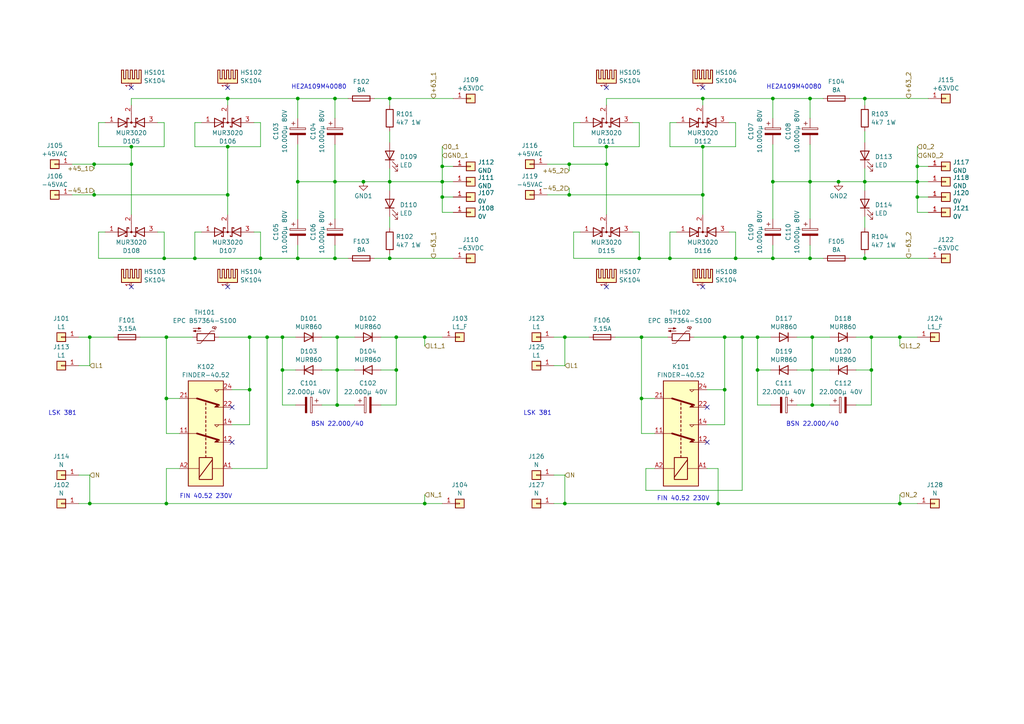
<source format=kicad_sch>
(kicad_sch (version 20230121) (generator eeschema)
  (paper "A4")
  (lib_symbols
    (symbol "Connector_Generic:Conn_01x01" (pin_names (offset 1.016) hide)
      (property "Reference" "J" (at 0 2.54 0))
      (property "Value" "Conn_01x01" (at 0 -2.54 0))
      (symbol "Conn_01x01_1_1"
        (rectangle (start -1.27 0.127) (end 0 -0.127) (stroke (width 0.1524)))
        (rectangle (start -1.27 1.27) (end 1.27 -1.27) (stroke (width 0.254)) (fill (type background)))
        (pin passive line (at -5.08 0 0) (length 3.81) (name "Pin_1") (number "1"))
      )
    )
    (symbol "Device:C_Polarized" (pin_numbers hide) (pin_names (offset 0.254))
      (property "Reference" "C" (at 0.635 2.54 0))
      (property "Value" "C_Polarized" (at 0.635 -2.54 0))
      (symbol "C_Polarized_0_1"
        (rectangle (start -2.286 0.508) (end 2.286 1.016))
        (polyline (pts (xy -1.778 2.286) (xy -0.762 2.286)))
        (polyline (pts (xy -1.27 2.794) (xy -1.27 1.778)))
        (rectangle (start 2.286 -0.508) (end -2.286 -1.016) (fill (type outline)))
      )
      (symbol "C_Polarized_1_1"
        (pin passive line (at 0 3.81 270) (length 2.794) (name "~") (number "1"))
        (pin passive line (at 0 -3.81 90) (length 2.794) (name "~") (number "2"))
      )
    )
    (symbol "Device:D" (pin_numbers hide) (pin_names (offset 1.016) hide)
      (property "Reference" "D" (at 0 2.54 0))
      (property "Value" "D" (at 0 -2.54 0))
      (symbol "D_0_1"
        (polyline (pts (xy -1.27 1.27) (xy -1.27 -1.27)) (stroke (width 0.254)))
        (polyline (pts (xy 1.27 0) (xy -1.27 0)))
        (polyline (pts (xy 1.27 1.27) (xy 1.27 -1.27) (xy -1.27 0) (xy 1.27 1.27)) (stroke (width 0.254)))
      )
      (symbol "D_1_1"
        (pin passive line (at -3.81 0 0) (length 2.54) (name "K") (number "1"))
        (pin passive line (at 3.81 0 180) (length 2.54) (name "A") (number "2"))
      )
    )
    (symbol "Device:D_Schottky_Dual_CommonCathode_AAK" (pin_names (offset 0.762) hide)
      (property "Reference" "D105" (at 0 5.4143 0))
      (property "Value" "D_Schottky_Dual_CommonCathode_AAK" (at 0 2.9901 0))
      (symbol "D_Schottky_Dual_CommonCathode_AAK_0_1"
        (polyline (pts (xy -3.81 0) (xy 3.81 0)))
        (polyline (pts (xy 0 0) (xy 0 -2.54)))
        (polyline (pts (xy -1.27 -1.27) (xy -1.27 1.27) (xy -1.27 1.27)) (stroke (width 0.254)))
        (polyline (pts (xy 1.27 -1.27) (xy 1.27 1.27) (xy 1.27 1.27)) (stroke (width 0.254)))
        (polyline (pts (xy -1.27 -1.27) (xy -0.762 -1.27) (xy -0.762 -1.016) (xy -0.762 -1.016)) (stroke (width 0.254)))
        (polyline (pts (xy 1.27 -1.27) (xy 1.778 -1.27) (xy 1.778 -1.016) (xy 1.778 -1.016)) (stroke (width 0.254)))
        (polyline (pts (xy 1.27 1.27) (xy 0.762 1.27) (xy 0.762 1.016) (xy 0.762 1.016)) (stroke (width 0.254)))
        (polyline (pts (xy -1.778 1.016) (xy -1.778 1.27) (xy -1.27 1.27) (xy -1.27 1.27) (xy -1.27 1.27)) (stroke (width 0.254)))
        (polyline (pts (xy -3.81 1.27) (xy -1.27 0) (xy -3.81 -1.27) (xy -3.81 1.27) (xy -3.81 1.27) (xy -3.81 1.27)) (stroke (width 0.254)))
        (polyline (pts (xy 3.81 -1.27) (xy 1.27 0) (xy 3.81 1.27) (xy 3.81 -1.27) (xy 3.81 -1.27) (xy 3.81 -1.27)) (stroke (width 0.254)))
        (circle (center 0 0) (radius 0.254) (fill (type outline)))
        (pin passive line (at -7.62 0 0) (length 3.81) (name "A") (number "1"))
      )
      (symbol "D_Schottky_Dual_CommonCathode_AAK_1_1"
        (pin passive line (at 0 -5.08 90) (length 2.54) (name "K") (number "2"))
        (pin passive line (at 7.62 0 180) (length 3.81) (name "A") (number "3"))
      )
    )
    (symbol "Device:Fuse" (pin_numbers hide) (pin_names (offset 0))
      (property "Reference" "F" (at 2.032 0 90))
      (property "Value" "Fuse" (at -1.905 0 90))
      (symbol "Fuse_0_1"
        (rectangle (start -0.762 -2.54) (end 0.762 2.54) (stroke (width 0.254)))
        (polyline (pts (xy 0 2.54) (xy 0 -2.54)))
      )
      (symbol "Fuse_1_1"
        (pin passive line (at 0 3.81 270) (length 1.27) (name "~") (number "1"))
        (pin passive line (at 0 -3.81 90) (length 1.27) (name "~") (number "2"))
      )
    )
    (symbol "Device:LED" (pin_numbers hide) (pin_names (offset 1.016) hide)
      (property "Reference" "D" (at 0 2.54 0))
      (property "Value" "LED" (at 0 -2.54 0))
      (symbol "LED_0_1"
        (polyline (pts (xy -1.27 -1.27) (xy -1.27 1.27)) (stroke (width 0.254)))
        (polyline (pts (xy -1.27 0) (xy 1.27 0)))
        (polyline (pts (xy 1.27 -1.27) (xy 1.27 1.27) (xy -1.27 0) (xy 1.27 -1.27)) (stroke (width 0.254)))
        (polyline (pts (xy -3.048 -0.762) (xy -4.572 -2.286) (xy -3.81 -2.286) (xy -4.572 -2.286) (xy -4.572 -1.524)))
        (polyline (pts (xy -1.778 -0.762) (xy -3.302 -2.286) (xy -2.54 -2.286) (xy -3.302 -2.286) (xy -3.302 -1.524)))
      )
      (symbol "LED_1_1"
        (pin passive line (at -3.81 0 0) (length 2.54) (name "K") (number "1"))
        (pin passive line (at 3.81 0 180) (length 2.54) (name "A") (number "2"))
      )
    )
    (symbol "Device:R" (pin_numbers hide) (pin_names (offset 0))
      (property "Reference" "R" (at 2.032 0 90))
      (property "Value" "R" (at 0 0 90))
      (symbol "R_0_1"
        (rectangle (start -1.016 -2.54) (end 1.016 2.54) (stroke (width 0.254)))
      )
      (symbol "R_1_1"
        (pin passive line (at 0 3.81 270) (length 1.27) (name "~") (number "1"))
        (pin passive line (at 0 -3.81 90) (length 1.27) (name "~") (number "2"))
      )
    )
    (symbol "Device:Thermistor_NTC" (pin_numbers hide) (pin_names (offset 0))
      (property "Reference" "TH" (at -4.445 0 90))
      (property "Value" "Thermistor_NTC" (at 3.175 0 90))
      (symbol "Thermistor_NTC_0_1"
        (arc (start -3.048 2.159) (mid -3.0495 2.3143) (end -3.175 2.413))
        (arc (start -3.048 2.159) (mid -2.9736 1.9794) (end -2.794 1.905))
        (arc (start -3.048 2.794) (mid -2.9736 2.6144) (end -2.794 2.54))
        (arc (start -2.794 1.905) (mid -2.6144 1.9794) (end -2.54 2.159))
        (arc (start -2.794 2.54) (mid -2.4393 2.5587) (end -2.159 2.794))
        (arc (start -2.794 3.048) (mid -2.9736 2.9736) (end -3.048 2.794))
        (arc (start -2.54 2.794) (mid -2.6144 2.9736) (end -2.794 3.048))
        (rectangle (start -1.016 2.54) (end 1.016 -2.54) (stroke (width 0.254)))
        (polyline (pts (xy -2.54 2.159) (xy -2.54 2.794)))
        (polyline (pts (xy -1.778 2.54) (xy -1.778 1.524) (xy 1.778 -1.524) (xy 1.778 -2.54)))
        (polyline (pts (xy -2.54 -3.683) (xy -2.54 -1.397) (xy -2.794 -2.159) (xy -2.286 -2.159) (xy -2.54 -1.397) (xy -2.54 -1.651)) (fill (type outline)))
        (polyline (pts (xy -1.778 -1.397) (xy -1.778 -3.683) (xy -2.032 -2.921) (xy -1.524 -2.921) (xy -1.778 -3.683) (xy -1.778 -3.429)) (fill (type outline)))
      )
      (symbol "Thermistor_NTC_1_1"
        (pin passive line (at 0 3.81 270) (length 1.27) (name "~") (number "1"))
        (pin passive line (at 0 -3.81 90) (length 1.27) (name "~") (number "2"))
      )
    )
    (symbol "Mechanical:Heatsink_Pad" (pin_names (offset 0))
      (property "Reference" "HS" (at 0 5.715 0))
      (property "Value" "Heatsink_Pad" (at 0 3.81 0))
      (symbol "Heatsink_Pad_0_1"
        (polyline (pts (xy -0.3302 0) (xy -0.9652 0) (xy -0.9652 2.54) (xy -1.6002 2.54) (xy -1.6002 0) (xy -2.2352 0) (xy -2.2352 2.54) (xy -2.8702 2.54) (xy -2.8702 -1.27) (xy -0.9652 -1.27)) (stroke (width 0.254)) (fill (type background)))
        (polyline (pts (xy -0.3302 0) (xy -0.3302 2.54) (xy 0.3048 2.54) (xy 0.3048 0) (xy 0.9398 0) (xy 0.9398 2.54) (xy 1.5748 2.54) (xy 1.5748 0) (xy 2.2098 0) (xy 2.2098 2.54) (xy 2.8448 2.54) (xy 2.8448 -1.27) (xy -0.9652 -1.27)) (stroke (width 0.254)) (fill (type background)))
      )
      (symbol "Heatsink_Pad_1_1"
        (pin passive line (at 0 -2.54 90) (length 1.27) (name "~") (number "1"))
      )
    )
    (symbol "Relay:FINDER-40.52"
      (property "Reference" "K" (at 16.51 3.81 0))
      (property "Value" "FINDER-40.52" (at 16.51 1.27 0))
      (symbol "FINDER-40.52_0_1"
        (rectangle (start -15.24 5.08) (end 15.24 -5.08) (stroke (width 0.254)) (fill (type background)))
        (rectangle (start -13.335 1.905) (end -6.985 -1.905) (stroke (width 0.254)))
        (polyline (pts (xy -12.7 -1.905) (xy -7.62 1.905)) (stroke (width 0.254)))
        (polyline (pts (xy -10.16 -5.08) (xy -10.16 -1.905)))
        (polyline (pts (xy -10.16 5.08) (xy -10.16 1.905)))
        (polyline (pts (xy -6.985 0) (xy -6.35 0)) (stroke (width 0.254)))
        (polyline (pts (xy -5.715 0) (xy -5.08 0)) (stroke (width 0.254)))
        (polyline (pts (xy -4.445 0) (xy -3.81 0)) (stroke (width 0.254)))
        (polyline (pts (xy -3.175 0) (xy -2.54 0)) (stroke (width 0.254)))
        (polyline (pts (xy -1.905 0) (xy -1.27 0)) (stroke (width 0.254)))
        (polyline (pts (xy -0.635 0) (xy 0 0)) (stroke (width 0.254)))
        (polyline (pts (xy 0 -2.54) (xy -1.905 3.81)) (stroke (width 0.508)))
        (polyline (pts (xy 0 -2.54) (xy 0 -5.08)))
        (polyline (pts (xy 0.635 0) (xy 1.27 0)) (stroke (width 0.254)))
        (polyline (pts (xy 1.905 0) (xy 2.54 0)) (stroke (width 0.254)))
        (polyline (pts (xy 3.175 0) (xy 3.81 0)) (stroke (width 0.254)))
        (polyline (pts (xy 4.445 0) (xy 5.08 0)) (stroke (width 0.254)))
        (polyline (pts (xy 5.715 0) (xy 6.35 0)) (stroke (width 0.254)))
        (polyline (pts (xy 6.985 0) (xy 7.62 0)) (stroke (width 0.254)))
        (polyline (pts (xy 8.255 0) (xy 8.89 0)) (stroke (width 0.254)))
        (polyline (pts (xy 10.16 -2.54) (xy 8.255 3.81)) (stroke (width 0.508)))
        (polyline (pts (xy 10.16 -2.54) (xy 10.16 -5.08)))
        (polyline (pts (xy -2.54 5.08) (xy -2.54 2.54) (xy -1.905 3.175) (xy -2.54 3.81)) (fill (type outline)))
        (polyline (pts (xy 2.54 5.08) (xy 2.54 2.54) (xy 1.905 3.175) (xy 2.54 3.81)))
        (polyline (pts (xy 7.62 5.08) (xy 7.62 2.54) (xy 8.255 3.175) (xy 7.62 3.81)) (fill (type outline)))
        (polyline (pts (xy 12.7 5.08) (xy 12.7 2.54) (xy 12.065 3.175) (xy 12.7 3.81)))
      )
      (symbol "FINDER-40.52_1_1"
        (pin passive line (at 0 -7.62 90) (length 2.54) (name "~") (number "11"))
        (pin passive line (at -2.54 7.62 270) (length 2.54) (name "~") (number "12"))
        (pin passive line (at 2.54 7.62 270) (length 2.54) (name "~") (number "14"))
        (pin passive line (at 10.16 -7.62 90) (length 2.54) (name "~") (number "21"))
        (pin passive line (at 7.62 7.62 270) (length 2.54) (name "~") (number "22"))
        (pin passive line (at 12.7 7.62 270) (length 2.54) (name "~") (number "24"))
        (pin passive line (at -10.16 7.62 270) (length 2.54) (name "~") (number "A1"))
        (pin passive line (at -10.16 -7.62 90) (length 2.54) (name "~") (number "A2"))
      )
    )
    (symbol "power:GND1" (power) (pin_names (offset 0))
      (property "Value" "GND1" (at 0 -3.81 0))
      (symbol "GND1_0_1"
        (polyline (pts (xy 0 0) (xy 0 -1.27) (xy 1.27 -1.27) (xy 0 -2.54) (xy -1.27 -1.27) (xy 0 -1.27)))
      )
      (symbol "GND1_1_1"
        (pin power_in line (at 0 0 270) (length 0) hide (name "GND1") (number "1"))
      )
    )
    (symbol "power:GND2" (power) (pin_names (offset 0))
      (property "Value" "GND2" (at 0 -3.81 0))
      (symbol "GND2_0_1"
        (polyline (pts (xy 0 0) (xy 0 -1.27) (xy 1.27 -1.27) (xy 0 -2.54) (xy -1.27 -1.27) (xy 0 -1.27)))
      )
      (symbol "GND2_1_1"
        (pin power_in line (at 0 0 270) (length 0) hide (name "GND2") (number "1"))
      )
    )
  )
  (junction (at 123.19 97.79))
  (junction (at 219.71 97.79))
  (junction (at 250.825 28.575))
  (junction (at 186.055 97.79))
  (junction (at 234.95 74.93))
  (junction (at 48.26 146.05))
  (junction (at 260.985 146.05))
  (junction (at 252.73 107.315))
  (junction (at 203.835 56.515))
  (junction (at 224.155 74.93))
  (junction (at 56.515 74.93))
  (junction (at 234.95 52.705))
  (junction (at 38.1 42.545))
  (junction (at 123.19 146.05))
  (junction (at 266.065 52.705))
  (junction (at 97.79 117.475))
  (junction (at 208.28 146.05))
  (junction (at 86.36 28.575))
  (junction (at 252.73 97.79))
  (junction (at 75.565 74.93))
  (junction (at 235.585 117.475))
  (junction (at 128.27 52.705))
  (junction (at 250.825 74.93))
  (junction (at 81.915 107.315))
  (junction (at 97.155 74.93))
  (junction (at 175.895 47.625))
  (junction (at 114.935 107.315))
  (junction (at 194.31 74.93))
  (junction (at 113.03 74.93))
  (junction (at 128.27 48.26))
  (junction (at 128.27 57.15))
  (junction (at 72.39 113.03))
  (junction (at 66.04 42.545))
  (junction (at 215.265 97.79))
  (junction (at 203.835 42.545))
  (junction (at 86.36 52.705))
  (junction (at 234.95 28.575))
  (junction (at 243.205 52.705))
  (junction (at 266.065 57.15))
  (junction (at 175.895 42.545))
  (junction (at 235.585 107.315))
  (junction (at 26.035 97.79))
  (junction (at 186.055 115.57))
  (junction (at 224.155 28.575))
  (junction (at 72.39 97.79))
  (junction (at 213.36 74.93))
  (junction (at 165.1 47.625))
  (junction (at 81.915 97.79))
  (junction (at 203.835 28.575))
  (junction (at 97.79 97.79))
  (junction (at 48.26 115.57))
  (junction (at 250.825 52.705))
  (junction (at 47.625 74.93))
  (junction (at 66.04 56.515))
  (junction (at 219.71 107.315))
  (junction (at 210.185 113.03))
  (junction (at 114.935 97.79))
  (junction (at 235.585 97.79))
  (junction (at 163.83 97.79))
  (junction (at 224.155 52.705))
  (junction (at 48.26 97.79))
  (junction (at 27.305 47.625))
  (junction (at 185.42 74.93))
  (junction (at 66.04 28.575))
  (junction (at 97.79 107.315))
  (junction (at 113.03 52.705))
  (junction (at 165.1 56.515))
  (junction (at 97.155 52.705))
  (junction (at 86.36 74.93))
  (junction (at 113.03 28.575))
  (junction (at 266.065 48.26))
  (junction (at 27.305 56.515))
  (junction (at 210.185 97.79))
  (junction (at 260.985 97.79))
  (junction (at 38.1 47.625))
  (junction (at 77.47 97.79))
  (junction (at 163.83 146.05))
  (junction (at 26.035 146.05))
  (junction (at 105.41 52.705))
  (junction (at 97.155 28.575))
  (no_connect (at 203.835 25.4))
  (no_connect (at 66.04 83.185))
  (no_connect (at 38.1 83.185))
  (no_connect (at 175.895 25.4))
  (no_connect (at 38.1 25.4))
  (no_connect (at 203.835 83.185))
  (no_connect (at 67.31 118.11))
  (no_connect (at 205.105 118.11))
  (no_connect (at 205.105 128.27))
  (no_connect (at 67.31 128.27))
  (no_connect (at 175.895 83.185))
  (no_connect (at 66.04 25.4))
  (wire (pts (xy 235.585 107.315) (xy 240.665 107.315)))
  (wire (pts (xy 213.36 42.545) (xy 213.36 35.56)))
  (wire (pts (xy 234.95 71.12) (xy 234.95 74.93)))
  (wire (pts (xy 205.105 113.03) (xy 210.185 113.03)))
  (wire (pts (xy 30.48 67.31) (xy 28.575 67.31)))
  (wire (pts (xy 72.39 97.79) (xy 77.47 97.79)))
  (wire (pts (xy 234.95 52.705) (xy 234.95 63.5)))
  (wire (pts (xy 97.155 71.12) (xy 97.155 74.93)))
  (wire (pts (xy 66.04 28.575) (xy 86.36 28.575)))
  (wire (pts (xy 203.835 56.515) (xy 203.835 62.23)))
  (wire (pts (xy 187.325 142.24) (xy 187.325 135.89)))
  (wire (pts (xy 67.31 113.03) (xy 72.39 113.03)))
  (wire (pts (xy 250.825 28.575) (xy 269.24 28.575)))
  (wire (pts (xy 203.835 42.545) (xy 194.31 42.545)))
  (wire (pts (xy 160.655 106.045) (xy 163.83 106.045)))
  (wire (pts (xy 175.895 47.625) (xy 175.895 42.545)))
  (wire (pts (xy 196.215 67.31) (xy 194.31 67.31)))
  (wire (pts (xy 52.07 135.89) (xy 48.26 135.89)))
  (wire (pts (xy 108.585 74.93) (xy 113.03 74.93)))
  (wire (pts (xy 40.64 97.79) (xy 48.26 97.79)))
  (wire (pts (xy 86.36 52.705) (xy 86.36 63.5)))
  (wire (pts (xy 26.035 146.05) (xy 48.26 146.05)))
  (wire (pts (xy 183.515 67.31) (xy 185.42 67.31)))
  (wire (pts (xy 47.625 74.93) (xy 56.515 74.93)))
  (wire (pts (xy 185.42 35.56) (xy 183.515 35.56)))
  (wire (pts (xy 252.73 117.475) (xy 252.73 107.315)))
  (wire (pts (xy 27.305 56.515) (xy 66.04 56.515)))
  (wire (pts (xy 250.825 73.66) (xy 250.825 74.93)))
  (wire (pts (xy 113.03 28.575) (xy 113.03 30.48)))
  (wire (pts (xy 113.03 62.865) (xy 113.03 66.04)))
  (wire (pts (xy 194.31 74.93) (xy 213.36 74.93)))
  (wire (pts (xy 160.655 137.795) (xy 163.83 137.795)))
  (wire (pts (xy 250.825 62.865) (xy 250.825 66.04)))
  (wire (pts (xy 48.26 135.89) (xy 48.26 146.05)))
  (wire (pts (xy 248.285 107.315) (xy 252.73 107.315)))
  (wire (pts (xy 260.985 143.51) (xy 260.985 146.05)))
  (wire (pts (xy 163.83 137.795) (xy 163.83 146.05)))
  (wire (pts (xy 250.825 52.705) (xy 266.065 52.705)))
  (wire (pts (xy 26.035 106.045) (xy 26.035 97.79)))
  (wire (pts (xy 86.36 28.575) (xy 86.36 34.29)))
  (wire (pts (xy 81.915 107.315) (xy 81.915 97.79)))
  (wire (pts (xy 75.565 67.31) (xy 75.565 74.93)))
  (wire (pts (xy 86.36 28.575) (xy 97.155 28.575)))
  (wire (pts (xy 224.155 28.575) (xy 224.155 34.29)))
  (wire (pts (xy 27.305 55.245) (xy 27.305 56.515)))
  (wire (pts (xy 266.065 48.26) (xy 266.065 52.705)))
  (wire (pts (xy 203.835 28.575) (xy 203.835 30.48)))
  (wire (pts (xy 163.83 97.79) (xy 170.815 97.79)))
  (wire (pts (xy 234.95 28.575) (xy 238.76 28.575)))
  (wire (pts (xy 224.155 52.705) (xy 234.95 52.705)))
  (wire (pts (xy 48.26 115.57) (xy 48.26 97.79)))
  (wire (pts (xy 56.515 67.31) (xy 56.515 74.93)))
  (wire (pts (xy 86.36 52.705) (xy 97.155 52.705)))
  (wire (pts (xy 113.03 73.66) (xy 113.03 74.93)))
  (wire (pts (xy 213.36 67.31) (xy 213.36 74.93)))
  (wire (pts (xy 160.655 97.79) (xy 163.83 97.79)))
  (wire (pts (xy 38.1 42.545) (xy 28.575 42.545)))
  (wire (pts (xy 123.19 143.51) (xy 123.19 146.05)))
  (wire (pts (xy 158.75 56.515) (xy 165.1 56.515)))
  (wire (pts (xy 224.155 28.575) (xy 234.95 28.575)))
  (wire (pts (xy 163.83 106.045) (xy 163.83 97.79)))
  (wire (pts (xy 234.95 28.575) (xy 234.95 34.29)))
  (wire (pts (xy 66.04 28.575) (xy 66.04 30.48)))
  (wire (pts (xy 26.035 137.795) (xy 26.035 146.05)))
  (wire (pts (xy 210.185 123.19) (xy 210.185 113.03)))
  (wire (pts (xy 128.27 57.15) (xy 131.445 57.15)))
  (wire (pts (xy 113.03 28.575) (xy 131.445 28.575)))
  (wire (pts (xy 210.185 113.03) (xy 210.185 97.79)))
  (wire (pts (xy 86.36 41.91) (xy 86.36 52.705)))
  (wire (pts (xy 194.31 67.31) (xy 194.31 74.93)))
  (wire (pts (xy 186.055 115.57) (xy 189.865 115.57)))
  (wire (pts (xy 110.49 107.315) (xy 114.935 107.315)))
  (wire (pts (xy 38.1 28.575) (xy 66.04 28.575)))
  (wire (pts (xy 165.1 47.625) (xy 165.1 49.53)))
  (wire (pts (xy 246.38 74.93) (xy 250.825 74.93)))
  (wire (pts (xy 175.895 47.625) (xy 175.895 62.23)))
  (wire (pts (xy 113.03 48.895) (xy 113.03 52.705)))
  (wire (pts (xy 266.065 42.545) (xy 266.065 48.26)))
  (wire (pts (xy 20.955 56.515) (xy 27.305 56.515)))
  (wire (pts (xy 260.985 97.79) (xy 260.985 100.33)))
  (wire (pts (xy 178.435 97.79) (xy 186.055 97.79)))
  (wire (pts (xy 165.1 47.625) (xy 175.895 47.625)))
  (wire (pts (xy 128.27 42.545) (xy 128.27 48.26)))
  (wire (pts (xy 97.155 74.93) (xy 100.965 74.93)))
  (wire (pts (xy 210.185 97.79) (xy 201.295 97.79)))
  (wire (pts (xy 215.265 97.79) (xy 215.265 142.24)))
  (wire (pts (xy 252.73 107.315) (xy 252.73 97.79)))
  (wire (pts (xy 22.86 97.79) (xy 26.035 97.79)))
  (wire (pts (xy 66.04 42.545) (xy 56.515 42.545)))
  (wire (pts (xy 186.055 125.73) (xy 186.055 115.57)))
  (wire (pts (xy 114.935 97.79) (xy 110.49 97.79)))
  (wire (pts (xy 231.14 107.315) (xy 235.585 107.315)))
  (wire (pts (xy 215.265 97.79) (xy 219.71 97.79)))
  (wire (pts (xy 81.915 117.475) (xy 81.915 107.315)))
  (wire (pts (xy 97.155 41.91) (xy 97.155 52.705)))
  (wire (pts (xy 97.155 52.705) (xy 97.155 63.5)))
  (wire (pts (xy 187.325 135.89) (xy 189.865 135.89)))
  (wire (pts (xy 235.585 97.79) (xy 240.665 97.79)))
  (wire (pts (xy 213.36 74.93) (xy 224.155 74.93)))
  (wire (pts (xy 223.52 117.475) (xy 219.71 117.475)))
  (wire (pts (xy 194.31 35.56) (xy 196.215 35.56)))
  (wire (pts (xy 85.725 117.475) (xy 81.915 117.475)))
  (wire (pts (xy 128.27 48.26) (xy 128.27 52.705)))
  (wire (pts (xy 47.625 42.545) (xy 47.625 35.56)))
  (wire (pts (xy 128.27 61.595) (xy 128.27 57.15)))
  (wire (pts (xy 28.575 35.56) (xy 30.48 35.56)))
  (wire (pts (xy 72.39 123.19) (xy 72.39 113.03)))
  (wire (pts (xy 250.825 28.575) (xy 250.825 30.48)))
  (wire (pts (xy 248.285 117.475) (xy 252.73 117.475)))
  (wire (pts (xy 131.445 48.26) (xy 128.27 48.26)))
  (wire (pts (xy 234.95 41.91) (xy 234.95 52.705)))
  (wire (pts (xy 97.79 107.315) (xy 97.79 117.475)))
  (wire (pts (xy 22.86 106.045) (xy 26.035 106.045)))
  (wire (pts (xy 185.42 67.31) (xy 185.42 74.93)))
  (wire (pts (xy 26.035 97.79) (xy 33.02 97.79)))
  (wire (pts (xy 224.155 52.705) (xy 224.155 63.5)))
  (wire (pts (xy 86.36 71.12) (xy 86.36 74.93)))
  (wire (pts (xy 38.1 47.625) (xy 38.1 62.23)))
  (wire (pts (xy 203.835 42.545) (xy 213.36 42.545)))
  (wire (pts (xy 252.73 97.79) (xy 260.985 97.79)))
  (wire (pts (xy 66.04 56.515) (xy 66.04 62.23)))
  (wire (pts (xy 246.38 28.575) (xy 250.825 28.575)))
  (wire (pts (xy 22.86 137.795) (xy 26.035 137.795)))
  (wire (pts (xy 85.725 107.315) (xy 81.915 107.315)))
  (wire (pts (xy 97.79 107.315) (xy 102.87 107.315)))
  (wire (pts (xy 110.49 117.475) (xy 114.935 117.475)))
  (wire (pts (xy 266.065 52.705) (xy 266.065 57.15)))
  (wire (pts (xy 28.575 42.545) (xy 28.575 35.56)))
  (wire (pts (xy 250.825 48.895) (xy 250.825 52.705)))
  (wire (pts (xy 113.03 38.1) (xy 113.03 41.275)))
  (wire (pts (xy 186.055 115.57) (xy 186.055 97.79)))
  (wire (pts (xy 269.24 52.705) (xy 266.065 52.705)))
  (wire (pts (xy 67.31 135.89) (xy 77.47 135.89)))
  (wire (pts (xy 208.28 146.05) (xy 260.985 146.05)))
  (wire (pts (xy 163.83 146.05) (xy 208.28 146.05)))
  (wire (pts (xy 205.105 135.89) (xy 208.28 135.89)))
  (wire (pts (xy 166.37 35.56) (xy 168.275 35.56)))
  (wire (pts (xy 185.42 42.545) (xy 185.42 35.56)))
  (wire (pts (xy 77.47 97.79) (xy 81.915 97.79)))
  (wire (pts (xy 208.28 135.89) (xy 208.28 146.05)))
  (wire (pts (xy 97.79 117.475) (xy 102.87 117.475)))
  (wire (pts (xy 175.895 28.575) (xy 203.835 28.575)))
  (wire (pts (xy 175.895 42.545) (xy 185.42 42.545)))
  (wire (pts (xy 48.26 146.05) (xy 123.19 146.05)))
  (wire (pts (xy 189.865 125.73) (xy 186.055 125.73)))
  (wire (pts (xy 175.895 42.545) (xy 166.37 42.545)))
  (wire (pts (xy 22.86 146.05) (xy 26.035 146.05)))
  (wire (pts (xy 114.935 107.315) (xy 114.935 97.79)))
  (wire (pts (xy 158.75 47.625) (xy 165.1 47.625)))
  (wire (pts (xy 38.1 42.545) (xy 47.625 42.545)))
  (wire (pts (xy 250.825 74.93) (xy 269.24 74.93)))
  (wire (pts (xy 97.79 97.79) (xy 97.79 107.315)))
  (wire (pts (xy 243.205 52.705) (xy 250.825 52.705)))
  (wire (pts (xy 166.37 67.31) (xy 166.37 74.93)))
  (wire (pts (xy 75.565 74.93) (xy 86.36 74.93)))
  (wire (pts (xy 114.935 117.475) (xy 114.935 107.315)))
  (wire (pts (xy 27.305 47.625) (xy 38.1 47.625)))
  (wire (pts (xy 86.36 74.93) (xy 97.155 74.93)))
  (wire (pts (xy 77.47 135.89) (xy 77.47 97.79)))
  (wire (pts (xy 56.515 74.93) (xy 75.565 74.93)))
  (wire (pts (xy 213.36 35.56) (xy 211.455 35.56)))
  (wire (pts (xy 260.985 97.79) (xy 266.065 97.79)))
  (wire (pts (xy 165.1 54.61) (xy 165.1 56.515)))
  (wire (pts (xy 97.155 52.705) (xy 105.41 52.705)))
  (wire (pts (xy 123.19 97.79) (xy 128.27 97.79)))
  (wire (pts (xy 211.455 67.31) (xy 213.36 67.31)))
  (wire (pts (xy 168.275 67.31) (xy 166.37 67.31)))
  (wire (pts (xy 250.825 38.1) (xy 250.825 41.275)))
  (wire (pts (xy 224.155 71.12) (xy 224.155 74.93)))
  (wire (pts (xy 224.155 41.91) (xy 224.155 52.705)))
  (wire (pts (xy 113.03 52.705) (xy 113.03 55.245)))
  (wire (pts (xy 45.72 67.31) (xy 47.625 67.31)))
  (wire (pts (xy 203.835 56.515) (xy 203.835 42.545)))
  (wire (pts (xy 66.04 42.545) (xy 75.565 42.545)))
  (wire (pts (xy 252.73 97.79) (xy 248.285 97.79)))
  (wire (pts (xy 203.835 28.575) (xy 224.155 28.575)))
  (wire (pts (xy 234.95 74.93) (xy 238.76 74.93)))
  (wire (pts (xy 58.42 67.31) (xy 56.515 67.31)))
  (wire (pts (xy 223.52 107.315) (xy 219.71 107.315)))
  (wire (pts (xy 38.1 30.48) (xy 38.1 28.575)))
  (wire (pts (xy 97.155 28.575) (xy 97.155 34.29)))
  (wire (pts (xy 123.19 146.05) (xy 128.27 146.05)))
  (wire (pts (xy 260.985 146.05) (xy 266.065 146.05)))
  (wire (pts (xy 231.14 117.475) (xy 235.585 117.475)))
  (wire (pts (xy 48.26 125.73) (xy 48.26 115.57)))
  (wire (pts (xy 175.895 30.48) (xy 175.895 28.575)))
  (wire (pts (xy 72.39 97.79) (xy 63.5 97.79)))
  (wire (pts (xy 166.37 74.93) (xy 185.42 74.93)))
  (wire (pts (xy 114.935 97.79) (xy 123.19 97.79)))
  (wire (pts (xy 105.41 52.705) (xy 113.03 52.705)))
  (wire (pts (xy 113.03 74.93) (xy 131.445 74.93)))
  (wire (pts (xy 219.71 107.315) (xy 219.71 97.79)))
  (wire (pts (xy 219.71 117.475) (xy 219.71 107.315)))
  (wire (pts (xy 20.955 47.625) (xy 27.305 47.625)))
  (wire (pts (xy 27.305 47.625) (xy 27.305 48.895)))
  (wire (pts (xy 56.515 35.56) (xy 58.42 35.56)))
  (wire (pts (xy 52.07 125.73) (xy 48.26 125.73)))
  (wire (pts (xy 93.345 107.315) (xy 97.79 107.315)))
  (wire (pts (xy 47.625 67.31) (xy 47.625 74.93)))
  (wire (pts (xy 93.345 117.475) (xy 97.79 117.475)))
  (wire (pts (xy 123.19 97.79) (xy 123.19 100.33)))
  (wire (pts (xy 81.915 97.79) (xy 85.725 97.79)))
  (wire (pts (xy 235.585 117.475) (xy 240.665 117.475)))
  (wire (pts (xy 97.79 97.79) (xy 102.87 97.79)))
  (wire (pts (xy 93.345 97.79) (xy 97.79 97.79)))
  (wire (pts (xy 215.265 142.24) (xy 187.325 142.24)))
  (wire (pts (xy 108.585 28.575) (xy 113.03 28.575)))
  (wire (pts (xy 47.625 35.56) (xy 45.72 35.56)))
  (wire (pts (xy 73.66 67.31) (xy 75.565 67.31)))
  (wire (pts (xy 186.055 97.79) (xy 193.675 97.79)))
  (wire (pts (xy 224.155 74.93) (xy 234.95 74.93)))
  (wire (pts (xy 28.575 74.93) (xy 47.625 74.93)))
  (wire (pts (xy 67.31 123.19) (xy 72.39 123.19)))
  (wire (pts (xy 250.825 52.705) (xy 250.825 55.245)))
  (wire (pts (xy 266.065 61.595) (xy 266.065 57.15)))
  (wire (pts (xy 231.14 97.79) (xy 235.585 97.79)))
  (wire (pts (xy 185.42 74.93) (xy 194.31 74.93)))
  (wire (pts (xy 97.155 28.575) (xy 100.965 28.575)))
  (wire (pts (xy 210.185 97.79) (xy 215.265 97.79)))
  (wire (pts (xy 235.585 97.79) (xy 235.585 107.315)))
  (wire (pts (xy 166.37 42.545) (xy 166.37 35.56)))
  (wire (pts (xy 48.26 97.79) (xy 55.88 97.79)))
  (wire (pts (xy 72.39 113.03) (xy 72.39 97.79)))
  (wire (pts (xy 28.575 67.31) (xy 28.575 74.93)))
  (wire (pts (xy 219.71 97.79) (xy 223.52 97.79)))
  (wire (pts (xy 165.1 56.515) (xy 203.835 56.515)))
  (wire (pts (xy 205.105 123.19) (xy 210.185 123.19)))
  (wire (pts (xy 160.655 146.05) (xy 163.83 146.05)))
  (wire (pts (xy 235.585 107.315) (xy 235.585 117.475)))
  (wire (pts (xy 194.31 42.545) (xy 194.31 35.56)))
  (wire (pts (xy 131.445 52.705) (xy 128.27 52.705)))
  (wire (pts (xy 131.445 61.595) (xy 128.27 61.595)))
  (wire (pts (xy 113.03 52.705) (xy 128.27 52.705)))
  (wire (pts (xy 266.065 57.15) (xy 269.24 57.15)))
  (wire (pts (xy 269.24 61.595) (xy 266.065 61.595)))
  (wire (pts (xy 38.1 47.625) (xy 38.1 42.545)))
  (wire (pts (xy 128.27 52.705) (xy 128.27 57.15)))
  (wire (pts (xy 75.565 42.545) (xy 75.565 35.56)))
  (wire (pts (xy 66.04 56.515) (xy 66.04 42.545)))
  (wire (pts (xy 234.95 52.705) (xy 243.205 52.705)))
  (wire (pts (xy 48.26 115.57) (xy 52.07 115.57)))
  (wire (pts (xy 75.565 35.56) (xy 73.66 35.56)))
  (wire (pts (xy 269.24 48.26) (xy 266.065 48.26)))
  (wire (pts (xy 56.515 42.545) (xy 56.515 35.56)))
  (text "FIN 40.52 230V" (at 190.5 145.415 0) (effects (font (size 1.27 1.27)) (justify left bottom)))
  (text "BSN 22.000/40\n" (at 90.17 123.825 0) (effects (font (size 1.27 1.27)) (justify left bottom)))
  (text "HE2A109M40080" (at 222.25 26.035 0) (effects (font (size 1.27 1.27)) (justify left bottom)))
  (text "LSK 381\n" (at 151.765 120.65 0) (effects (font (size 1.27 1.27)) (justify left bottom)))
  (text "FIN 40.52 230V" (at 52.07 144.78 0) (effects (font (size 1.27 1.27)) (justify left bottom)))
  (text "BSN 22.000/40\n" (at 227.965 123.825 0) (effects (font (size 1.27 1.27)) (justify left bottom)))
  (text "HE2A109M40080" (at 84.455 26.035 0) (effects (font (size 1.27 1.27)) (justify left bottom)))
  (text "LSK 381\n" (at 13.97 120.65 0) (effects (font (size 1.27 1.27)) (justify left bottom)))
  (hierarchical_label "-45_1" (shape input) (at 27.305 55.245 180))
  (hierarchical_label "+45_2" (shape input) (at 165.1 49.53 180))
  (hierarchical_label "N" (shape input) (at 26.035 137.795 0))
  (hierarchical_label "L1" (shape input) (at 163.83 106.045 0))
  (hierarchical_label "L1_1" (shape input) (at 123.19 100.33 0))
  (hierarchical_label "0_2" (shape input) (at 266.065 42.545 0))
  (hierarchical_label "N_1" (shape input) (at 123.19 143.51 0))
  (hierarchical_label "-45_2" (shape input) (at 165.1 54.61 180))
  (hierarchical_label "GND_2" (shape input) (at 266.065 45.085 0))
  (hierarchical_label "0_1" (shape input) (at 128.27 42.545 0))
  (hierarchical_label "L1" (shape input) (at 26.035 106.045 0))
  (hierarchical_label "+63_2" (shape input) (at 263.525 28.575 90))
  (hierarchical_label "N_2" (shape input) (at 260.985 143.51 0))
  (hierarchical_label "-63_2" (shape input) (at 263.525 74.93 90))
  (hierarchical_label "+63_1" (shape input) (at 125.73 28.575 90))
  (hierarchical_label "+45_1" (shape input) (at 27.305 48.895 180))
  (hierarchical_label "L1_2" (shape input) (at 260.985 100.33 0))
  (hierarchical_label "GND_1" (shape input) (at 128.27 45.085 0))
  (hierarchical_label "N" (shape input) (at 163.83 137.795 0))
  (hierarchical_label "-63_1" (shape input) (at 125.73 74.93 90))
  (symbol (lib_id "Device:D") (at 227.33 107.315 0) (unit 1)
    (property "Reference" "D119" (at 227.33 101.9007 0))
    (property "Value" "MUR860" (at 227.33 104.3249 0))
    (property "Footprint" "Package_TO_SOT_THT:TO-220-2_Vertical" (effects hide))
    (property "Sim.Device" "D" (effects hide))
    (property "Sim.Pins" "1=K 2=A" (effects hide))
  )
  (symbol (lib_id "Device:D_Schottky_Dual_CommonCathode_AAK") (at 203.835 35.56 0) (mirror x) (unit 1)
    (property "Reference" "D112" (at 203.835 40.9743 0))
    (property "Value" "MUR3020" (at 203.835 38.5501 0))
    (property "Footprint" "Package_TO_SOT_THT:TO-247-3_Vertical" (effects hide))
  )
  (symbol (lib_id "Connector_Generic:Conn_01x01") (at 133.35 146.05 0) (mirror x) (unit 1)
    (property "Reference" "J104" (at 133.35 140.6357 0))
    (property "Value" "N" (at 133.35 143.0599 0))
    (property "Footprint" "TerminalBlock_MetzConnect:TerminalBlock_MetzConnect_360381_1x01_Horizontal_ScrewM3.0" (effects hide))
  )
  (symbol (lib_id "Connector_Generic:Conn_01x01") (at 15.875 56.515 180) (unit 1)
    (property "Reference" "J106" (at 15.875 51.1007 0))
    (property "Value" "-45VAC" (at 15.875 53.5249 0))
    (property "Footprint" "TerminalBlock_MetzConnect:TerminalBlock_MetzConnect_360381_1x01_Horizontal_ScrewM3.0" (effects hide))
  )
  (symbol (lib_id "Device:C_Polarized") (at 86.36 67.31 0) (unit 1)
    (property "Reference" "C105" (at 80.01 67.31 90))
    (property "Value" "10.000µ 80V" (at 82.55 67.31 90))
    (property "Footprint" "eigene:CP_Radial_D40.0mm_P22,5" (effects hide))
  )
  (symbol (lib_id "Connector_Generic:Conn_01x01") (at 136.525 74.93 0) (mirror x) (unit 1)
    (property "Reference" "J110" (at 136.525 69.5157 0))
    (property "Value" "-63VDC" (at 136.525 71.9399 0))
    (property "Footprint" "TerminalBlock_MetzConnect:TerminalBlock_MetzConnect_360381_1x01_Horizontal_ScrewM3.0" (effects hide))
  )
  (symbol (lib_id "Device:C_Polarized") (at 89.535 117.475 270) (unit 1)
    (property "Reference" "C101" (at 89.535 111.125 90))
    (property "Value" "22.000µ 40V" (at 89.535 113.665 90))
    (property "Footprint" "Capacitor_THT:CP_Radial_D35.0mm_P10.00mm_SnapIn" (effects hide))
  )
  (symbol (lib_id "Device:Fuse") (at 104.775 74.93 90) (unit 1)
    (property "Reference" "F103" (at 104.775 70.0237 90))
    (property "Value" "8A" (at 104.775 72.4479 90))
    (property "Footprint" "Fuse:Fuseholder_Clip-5x20mm_Littelfuse_100_Inline_P20.50x4.60mm_D1.30mm_Horizontal" (effects hide))
  )
  (symbol (lib_id "Device:D_Schottky_Dual_CommonCathode_AAK") (at 66.04 67.31 0) (mirror x) (unit 1)
    (property "Reference" "D107" (at 66.04 72.7243 0))
    (property "Value" "MUR3020" (at 66.04 70.3001 0))
    (property "Footprint" "Package_TO_SOT_THT:TO-247-3_Vertical" (effects hide))
  )
  (symbol (lib_id "Connector_Generic:Conn_01x01") (at 274.32 28.575 0) (mirror x) (unit 1)
    (property "Reference" "J115" (at 274.32 23.1607 0))
    (property "Value" "+63VDC" (at 274.32 25.5849 0))
    (property "Footprint" "TerminalBlock_MetzConnect:TerminalBlock_MetzConnect_360381_1x01_Horizontal_ScrewM3.0" (effects hide))
  )
  (symbol (lib_id "Connector_Generic:Conn_01x01") (at 17.78 137.795 180) (unit 1)
    (property "Reference" "J114" (at 17.78 132.3807 0))
    (property "Value" "N" (at 17.78 134.8049 0))
    (property "Footprint" "TerminalBlock_MetzConnect:TerminalBlock_MetzConnect_360381_1x01_Horizontal_ScrewM3.0" (effects hide))
  )
  (symbol (lib_id "Device:C_Polarized") (at 86.36 38.1 0) (unit 1)
    (property "Reference" "C103" (at 80.01 38.1 90))
    (property "Value" "10.000µ 80V" (at 82.55 38.1 90))
    (property "Footprint" "eigene:CP_Radial_D40.0mm_P22,5" (effects hide))
  )
  (symbol (lib_id "Device:C_Polarized") (at 97.155 67.31 0) (unit 1)
    (property "Reference" "C106" (at 90.805 67.31 90))
    (property "Value" "10.000µ 80V" (at 93.345 67.31 90))
    (property "Footprint" "eigene:CP_Radial_D40.0mm_P22,5" (effects hide))
  )
  (symbol (lib_id "Connector_Generic:Conn_01x01") (at 136.525 57.15 0) (unit 1)
    (property "Reference" "J107" (at 138.557 55.9379 0) (effects (justify left)))
    (property "Value" "0V" (at 138.557 58.3621 0) (effects (justify left)))
    (property "Footprint" "TerminalBlock_MetzConnect:TerminalBlock_MetzConnect_360381_1x01_Horizontal_ScrewM3.0" (effects hide))
  )
  (symbol (lib_id "Connector_Generic:Conn_01x01") (at 274.32 48.26 0) (unit 1)
    (property "Reference" "J117" (at 276.352 47.0479 0) (effects (justify left)))
    (property "Value" "GND" (at 276.352 49.4721 0) (effects (justify left)))
    (property "Footprint" "TerminalBlock_MetzConnect:TerminalBlock_MetzConnect_360381_1x01_Horizontal_ScrewM3.0" (effects hide))
  )
  (symbol (lib_id "Connector_Generic:Conn_01x01") (at 155.575 97.79 180) (unit 1)
    (property "Reference" "J123" (at 155.575 92.3757 0))
    (property "Value" "L1" (at 155.575 94.7999 0))
    (property "Footprint" "TerminalBlock_MetzConnect:TerminalBlock_MetzConnect_360381_1x01_Horizontal_ScrewM3.0" (effects hide))
  )
  (symbol (lib_id "Device:Fuse") (at 242.57 28.575 90) (unit 1)
    (property "Reference" "F104" (at 242.57 23.6687 90))
    (property "Value" "8A" (at 242.57 26.0929 90))
    (property "Footprint" "Fuse:Fuseholder_Clip-5x20mm_Littelfuse_100_Inline_P20.50x4.60mm_D1.30mm_Horizontal" (effects hide))
  )
  (symbol (lib_id "Mechanical:Heatsink_Pad") (at 203.835 80.645 0) (unit 1)
    (property "Reference" "HS108" (at 207.4418 78.7979 0) (effects (justify left)))
    (property "Value" "SK104" (at 207.4418 81.2221 0) (effects (justify left)))
    (property "Footprint" "Heatsink:Heatsink_Fischer_SK104-STCB_35x13mm__2xDrill3.5mm_ScrewM3" (effects hide))
  )
  (symbol (lib_id "Connector_Generic:Conn_01x01") (at 274.32 61.595 0) (unit 1)
    (property "Reference" "J121" (at 276.352 60.3829 0) (effects (justify left)))
    (property "Value" "0V" (at 276.352 62.8071 0) (effects (justify left)))
    (property "Footprint" "TerminalBlock_MetzConnect:TerminalBlock_MetzConnect_360381_1x01_Horizontal_ScrewM3.0" (effects hide))
  )
  (symbol (lib_id "Device:D_Schottky_Dual_CommonCathode_AAK") (at 38.1 35.56 0) (mirror x) (unit 1)
    (property "Reference" "D105" (at 38.1 40.9743 0))
    (property "Value" "MUR3020" (at 38.1 38.5501 0))
    (property "Footprint" "Package_TO_SOT_THT:TO-247-3_Vertical" (effects hide))
  )
  (symbol (lib_id "Device:Thermistor_NTC") (at 59.69 97.79 270) (unit 1)
    (property "Reference" "TH101" (at 59.3725 90.5977 90))
    (property "Value" "EPC B57364-S100\n" (at 59.3725 93.0219 90))
    (property "Footprint" "Resistor_THT:R_Axial_DIN0207_L6.3mm_D2.5mm_P7.62mm_Horizontal" (effects hide))
  )
  (symbol (lib_id "Relay:FINDER-40.52") (at 59.69 125.73 270) (mirror x) (unit 1)
    (property "Reference" "K102" (at 59.69 106.3457 90))
    (property "Value" "FINDER-40.52" (at 59.69 108.7699 90))
    (property "Footprint" "Relay_THT:Relay_DPDT_Finder_40.52" (effects hide))
    (property "Datasheet" "http://gfinder.findernet.com/assets/Series/353/S40EN.pdf" (effects hide))
  )
  (symbol (lib_id "Device:D") (at 89.535 97.79 180) (unit 1)
    (property "Reference" "D101" (at 89.535 92.3757 0))
    (property "Value" "MUR860" (at 89.535 94.7999 0))
    (property "Footprint" "Package_TO_SOT_THT:TO-220-2_Vertical" (effects hide))
    (property "Sim.Device" "D" (effects hide))
    (property "Sim.Pins" "1=K 2=A" (effects hide))
  )
  (symbol (lib_id "Connector_Generic:Conn_01x01") (at 15.875 47.625 180) (unit 1)
    (property "Reference" "J105" (at 15.875 42.2107 0))
    (property "Value" "+45VAC" (at 15.875 44.6349 0))
    (property "Footprint" "TerminalBlock_MetzConnect:TerminalBlock_MetzConnect_360381_1x01_Horizontal_ScrewM3.0" (effects hide))
  )
  (symbol (lib_id "Device:D_Schottky_Dual_CommonCathode_AAK") (at 203.835 67.31 0) (mirror x) (unit 1)
    (property "Reference" "D116" (at 203.835 72.7243 0))
    (property "Value" "MUR3020" (at 203.835 70.3001 0))
    (property "Footprint" "Package_TO_SOT_THT:TO-247-3_Vertical" (effects hide))
  )
  (symbol (lib_id "Device:D") (at 106.68 107.315 0) (unit 1)
    (property "Reference" "D104" (at 106.68 101.9007 0))
    (property "Value" "MUR860" (at 106.68 104.3249 0))
    (property "Footprint" "Package_TO_SOT_THT:TO-220-2_Vertical" (effects hide))
    (property "Sim.Device" "D" (effects hide))
    (property "Sim.Pins" "1=K 2=A" (effects hide))
  )
  (symbol (lib_id "Connector_Generic:Conn_01x01") (at 17.78 106.045 180) (unit 1)
    (property "Reference" "J113" (at 17.78 100.6307 0))
    (property "Value" "L1" (at 17.78 103.0549 0))
    (property "Footprint" "TerminalBlock_MetzConnect:TerminalBlock_MetzConnect_360381_1x01_Horizontal_ScrewM3.0" (effects hide))
  )
  (symbol (lib_id "Connector_Generic:Conn_01x01") (at 271.145 146.05 0) (mirror x) (unit 1)
    (property "Reference" "J128" (at 271.145 140.6357 0))
    (property "Value" "N" (at 271.145 143.0599 0))
    (property "Footprint" "TerminalBlock_MetzConnect:TerminalBlock_MetzConnect_360381_1x01_Horizontal_ScrewM3.0" (effects hide))
  )
  (symbol (lib_id "Connector_Generic:Conn_01x01") (at 17.78 97.79 180) (unit 1)
    (property "Reference" "J101" (at 17.78 92.3757 0))
    (property "Value" "L1" (at 17.78 94.7999 0))
    (property "Footprint" "TerminalBlock_MetzConnect:TerminalBlock_MetzConnect_360381_1x01_Horizontal_ScrewM3.0" (effects hide))
  )
  (symbol (lib_id "Relay:FINDER-40.52") (at 197.485 125.73 270) (mirror x) (unit 1)
    (property "Reference" "K101" (at 197.485 106.3457 90))
    (property "Value" "FINDER-40.52" (at 197.485 108.7699 90))
    (property "Footprint" "Relay_THT:Relay_DPDT_Finder_40.52" (effects hide))
    (property "Datasheet" "http://gfinder.findernet.com/assets/Series/353/S40EN.pdf" (effects hide))
  )
  (symbol (lib_id "Connector_Generic:Conn_01x01") (at 133.35 97.79 0) (mirror x) (unit 1)
    (property "Reference" "J103" (at 133.35 92.3757 0))
    (property "Value" "L1_F" (at 133.35 94.7999 0))
    (property "Footprint" "TerminalBlock_MetzConnect:TerminalBlock_MetzConnect_360381_1x01_Horizontal_ScrewM3.0" (effects hide))
  )
  (symbol (lib_id "Device:LED") (at 250.825 59.055 90) (unit 1)
    (property "Reference" "D114" (at 253.746 59.4304 90) (effects (justify right)))
    (property "Value" "LED" (at 253.746 61.8546 90) (effects (justify right)))
    (property "Footprint" "LED_THT:LED_D3.0mm" (effects hide))
  )
  (symbol (lib_id "Device:D") (at 106.68 97.79 180) (unit 1)
    (property "Reference" "D102" (at 106.68 92.3757 0))
    (property "Value" "MUR860" (at 106.68 94.7999 0))
    (property "Footprint" "Package_TO_SOT_THT:TO-220-2_Vertical" (effects hide))
    (property "Sim.Device" "D" (effects hide))
    (property "Sim.Pins" "1=K 2=A" (effects hide))
  )
  (symbol (lib_id "Device:C_Polarized") (at 224.155 38.1 0) (unit 1)
    (property "Reference" "C107" (at 217.805 38.1 90))
    (property "Value" "10.000µ 80V" (at 220.345 38.1 90))
    (property "Footprint" "eigene:CP_Radial_D40.0mm_P22,5" (effects hide))
  )
  (symbol (lib_id "Connector_Generic:Conn_01x01") (at 271.145 97.79 0) (mirror x) (unit 1)
    (property "Reference" "J124" (at 271.145 92.3757 0))
    (property "Value" "L1_F" (at 271.145 94.7999 0))
    (property "Footprint" "TerminalBlock_MetzConnect:TerminalBlock_MetzConnect_360381_1x01_Horizontal_ScrewM3.0" (effects hide))
  )
  (symbol (lib_id "Device:D_Schottky_Dual_CommonCathode_AAK") (at 66.04 35.56 0) (mirror x) (unit 1)
    (property "Reference" "D106" (at 66.04 40.9743 0))
    (property "Value" "MUR3020" (at 66.04 38.5501 0))
    (property "Footprint" "Package_TO_SOT_THT:TO-247-3_Vertical" (effects hide))
  )
  (symbol (lib_id "Device:R") (at 250.825 34.29 0) (unit 1)
    (property "Reference" "R103" (at 252.603 33.0779 0) (effects (justify left)))
    (property "Value" "4k7 1W" (at 252.603 35.5021 0) (effects (justify left)))
    (property "Footprint" "Resistor_THT:R_Axial_DIN0207_L6.3mm_D2.5mm_P5.08mm_Vertical" (effects hide))
  )
  (symbol (lib_id "Device:D_Schottky_Dual_CommonCathode_AAK") (at 38.1 67.31 0) (mirror x) (unit 1)
    (property "Reference" "D108" (at 38.1 72.7243 0))
    (property "Value" "MUR3020" (at 38.1 70.3001 0))
    (property "Footprint" "Package_TO_SOT_THT:TO-247-3_Vertical" (effects hide))
  )
  (symbol (lib_id "Device:D") (at 227.33 97.79 180) (unit 1)
    (property "Reference" "D117" (at 227.33 92.3757 0))
    (property "Value" "MUR860" (at 227.33 94.7999 0))
    (property "Footprint" "Package_TO_SOT_THT:TO-220-2_Vertical" (effects hide))
    (property "Sim.Device" "D" (effects hide))
    (property "Sim.Pins" "1=K 2=A" (effects hide))
  )
  (symbol (lib_id "Device:Fuse") (at 36.83 97.79 90) (unit 1)
    (property "Reference" "F101" (at 36.83 92.8837 90))
    (property "Value" "3,15A" (at 36.83 95.3079 90))
    (property "Footprint" "Fuse:Fuseholder_Clip-5x20mm_Littelfuse_100_Inline_P20.50x4.60mm_D1.30mm_Horizontal" (effects hide))
  )
  (symbol (lib_id "power:GND2") (at 243.205 52.705 0) (unit 1)
    (property "Reference" "#PWR0102" (effects hide))
    (property "Value" "GND2" (at 243.205 56.8381 0))
  )
  (symbol (lib_id "Connector_Generic:Conn_01x01") (at 155.575 137.795 180) (unit 1)
    (property "Reference" "J126" (at 155.575 132.3807 0))
    (property "Value" "N" (at 155.575 134.8049 0))
    (property "Footprint" "TerminalBlock_MetzConnect:TerminalBlock_MetzConnect_360381_1x01_Horizontal_ScrewM3.0" (effects hide))
  )
  (symbol (lib_id "Device:C_Polarized") (at 234.95 67.31 0) (unit 1)
    (property "Reference" "C110" (at 228.6 67.31 90))
    (property "Value" "10.000µ 80V" (at 231.14 67.31 90))
    (property "Footprint" "eigene:CP_Radial_D40.0mm_P22,5" (effects hide))
  )
  (symbol (lib_id "Connector_Generic:Conn_01x01") (at 155.575 146.05 180) (unit 1)
    (property "Reference" "J127" (at 155.575 140.6357 0))
    (property "Value" "N" (at 155.575 143.0599 0))
    (property "Footprint" "TerminalBlock_MetzConnect:TerminalBlock_MetzConnect_360381_1x01_Horizontal_ScrewM3.0" (effects hide))
  )
  (symbol (lib_id "Connector_Generic:Conn_01x01") (at 274.32 57.15 0) (unit 1)
    (property "Reference" "J120" (at 276.352 55.9379 0) (effects (justify left)))
    (property "Value" "0V" (at 276.352 58.3621 0) (effects (justify left)))
    (property "Footprint" "TerminalBlock_MetzConnect:TerminalBlock_MetzConnect_360381_1x01_Horizontal_ScrewM3.0" (effects hide))
  )
  (symbol (lib_id "Connector_Generic:Conn_01x01") (at 153.67 47.625 180) (unit 1)
    (property "Reference" "J116" (at 153.67 42.2107 0))
    (property "Value" "+45VAC" (at 153.67 44.6349 0))
    (property "Footprint" "TerminalBlock_MetzConnect:TerminalBlock_MetzConnect_360381_1x01_Horizontal_ScrewM3.0" (effects hide))
  )
  (symbol (lib_id "Connector_Generic:Conn_01x01") (at 136.525 52.705 0) (unit 1)
    (property "Reference" "J111" (at 138.557 51.4929 0) (effects (justify left)))
    (property "Value" "GND" (at 138.557 53.9171 0) (effects (justify left)))
    (property "Footprint" "TerminalBlock_MetzConnect:TerminalBlock_MetzConnect_360381_1x01_Horizontal_ScrewM3.0" (effects hide))
  )
  (symbol (lib_id "Connector_Generic:Conn_01x01") (at 153.67 56.515 180) (unit 1)
    (property "Reference" "J119" (at 153.67 51.1007 0))
    (property "Value" "-45VAC" (at 153.67 53.5249 0))
    (property "Footprint" "TerminalBlock_MetzConnect:TerminalBlock_MetzConnect_360381_1x01_Horizontal_ScrewM3.0" (effects hide))
  )
  (symbol (lib_id "Device:C_Polarized") (at 224.155 67.31 0) (unit 1)
    (property "Reference" "C109" (at 217.805 67.31 90))
    (property "Value" "10.000µ 80V" (at 220.345 67.31 90))
    (property "Footprint" "eigene:CP_Radial_D40.0mm_P22,5" (effects hide))
  )
  (symbol (lib_id "Mechanical:Heatsink_Pad") (at 66.04 80.645 0) (unit 1)
    (property "Reference" "HS104" (at 69.6468 78.7979 0) (effects (justify left)))
    (property "Value" "SK104" (at 69.6468 81.2221 0) (effects (justify left)))
    (property "Footprint" "Heatsink:Heatsink_Fischer_SK104-STCB_35x13mm__2xDrill3.5mm_ScrewM3" (effects hide))
  )
  (symbol (lib_id "Device:Fuse") (at 242.57 74.93 90) (unit 1)
    (property "Reference" "F105" (at 242.57 70.0237 90))
    (property "Value" "8A" (at 242.57 72.4479 90))
    (property "Footprint" "Fuse:Fuseholder_Clip-5x20mm_Littelfuse_100_Inline_P20.50x4.60mm_D1.30mm_Horizontal" (effects hide))
  )
  (symbol (lib_id "Device:Thermistor_NTC") (at 197.485 97.79 270) (unit 1)
    (property "Reference" "TH102" (at 197.1675 90.5977 90))
    (property "Value" "EPC B57364-S100\n" (at 197.1675 93.0219 90))
    (property "Footprint" "Resistor_THT:R_Axial_DIN0207_L6.3mm_D2.5mm_P7.62mm_Horizontal" (effects hide))
  )
  (symbol (lib_id "Connector_Generic:Conn_01x01") (at 274.32 52.705 0) (unit 1)
    (property "Reference" "J118" (at 276.352 51.4929 0) (effects (justify left)))
    (property "Value" "GND" (at 276.352 53.9171 0) (effects (justify left)))
    (property "Footprint" "TerminalBlock_MetzConnect:TerminalBlock_MetzConnect_360381_1x01_Horizontal_ScrewM3.0" (effects hide))
  )
  (symbol (lib_id "Device:C_Polarized") (at 244.475 117.475 90) (mirror x) (unit 1)
    (property "Reference" "C112" (at 244.475 111.125 90))
    (property "Value" "22.000µ 40V" (at 243.84 113.665 90))
    (property "Footprint" "Capacitor_THT:CP_Radial_D35.0mm_P10.00mm_SnapIn" (effects hide))
  )
  (symbol (lib_id "Connector_Generic:Conn_01x01") (at 136.525 28.575 0) (mirror x) (unit 1)
    (property "Reference" "J109" (at 136.525 23.1607 0))
    (property "Value" "+63VDC" (at 136.525 25.5849 0))
    (property "Footprint" "TerminalBlock_MetzConnect:TerminalBlock_MetzConnect_360381_1x01_Horizontal_ScrewM3.0" (effects hide))
  )
  (symbol (lib_id "Device:R") (at 113.03 69.85 0) (unit 1)
    (property "Reference" "R102" (at 114.808 68.6379 0) (effects (justify left)))
    (property "Value" "4k7 1W" (at 114.808 71.0621 0) (effects (justify left)))
    (property "Footprint" "Resistor_THT:R_Axial_DIN0207_L6.3mm_D2.5mm_P5.08mm_Vertical" (effects hide))
  )
  (symbol (lib_id "Mechanical:Heatsink_Pad") (at 66.04 22.86 0) (unit 1)
    (property "Reference" "HS102" (at 69.6468 21.0129 0) (effects (justify left)))
    (property "Value" "SK104" (at 69.6468 23.4371 0) (effects (justify left)))
    (property "Footprint" "Heatsink:Heatsink_Fischer_SK104-STCB_35x13mm__2xDrill3.5mm_ScrewM3" (effects hide))
  )
  (symbol (lib_id "Device:LED") (at 113.03 59.055 90) (unit 1)
    (property "Reference" "D110" (at 115.951 59.4304 90) (effects (justify right)))
    (property "Value" "LED" (at 115.951 61.8546 90) (effects (justify right)))
    (property "Footprint" "LED_THT:LED_D3.0mm" (effects hide))
  )
  (symbol (lib_id "Device:D") (at 244.475 97.79 180) (unit 1)
    (property "Reference" "D118" (at 244.475 92.3757 0))
    (property "Value" "MUR860" (at 244.475 94.7999 0))
    (property "Footprint" "Package_TO_SOT_THT:TO-220-2_Vertical" (effects hide))
    (property "Sim.Device" "D" (effects hide))
    (property "Sim.Pins" "1=K 2=A" (effects hide))
  )
  (symbol (lib_id "Mechanical:Heatsink_Pad") (at 203.835 22.86 0) (unit 1)
    (property "Reference" "HS106" (at 207.4418 21.0129 0) (effects (justify left)))
    (property "Value" "SK104" (at 207.4418 23.4371 0) (effects (justify left)))
    (property "Footprint" "Heatsink:Heatsink_Fischer_SK104-STCB_35x13mm__2xDrill3.5mm_ScrewM3" (effects hide))
  )
  (symbol (lib_id "power:GND1") (at 105.41 52.705 0) (unit 1)
    (property "Reference" "#PWR0101" (effects hide))
    (property "Value" "GND1" (at 105.41 56.8381 0))
  )
  (symbol (lib_id "Mechanical:Heatsink_Pad") (at 38.1 80.645 0) (unit 1)
    (property "Reference" "HS103" (at 41.7068 78.7979 0) (effects (justify left)))
    (property "Value" "SK104" (at 41.7068 81.2221 0) (effects (justify left)))
    (property "Footprint" "Heatsink:Heatsink_Fischer_SK104-STCB_35x13mm__2xDrill3.5mm_ScrewM3" (effects hide))
  )
  (symbol (lib_id "Device:C_Polarized") (at 227.33 117.475 270) (unit 1)
    (property "Reference" "C111" (at 227.33 111.125 90))
    (property "Value" "22.000µ 40V" (at 227.33 113.665 90))
    (property "Footprint" "Capacitor_THT:CP_Radial_D35.0mm_P10.00mm_SnapIn" (effects hide))
  )
  (symbol (lib_id "Device:D_Schottky_Dual_CommonCathode_AAK") (at 175.895 67.31 0) (mirror x) (unit 1)
    (property "Reference" "D115" (at 175.895 72.7243 0))
    (property "Value" "MUR3020" (at 175.895 70.3001 0))
    (property "Footprint" "Package_TO_SOT_THT:TO-247-3_Vertical" (effects hide))
  )
  (symbol (lib_id "Device:C_Polarized") (at 97.155 38.1 0) (unit 1)
    (property "Reference" "C104" (at 90.805 38.1 90))
    (property "Value" "10.000µ 80V" (at 93.345 38.1 90))
    (property "Footprint" "eigene:CP_Radial_D40.0mm_P22,5" (effects hide))
  )
  (symbol (lib_id "Device:C_Polarized") (at 234.95 38.1 0) (unit 1)
    (property "Reference" "C108" (at 228.6 38.1 90))
    (property "Value" "10.000µ 80V" (at 231.14 38.1 90))
    (property "Footprint" "eigene:CP_Radial_D40.0mm_P22,5" (effects hide))
  )
  (symbol (lib_id "Connector_Generic:Conn_01x01") (at 155.575 106.045 180) (unit 1)
    (property "Reference" "J125" (at 155.575 100.6307 0))
    (property "Value" "L1" (at 155.575 103.0549 0))
    (property "Footprint" "TerminalBlock_MetzConnect:TerminalBlock_MetzConnect_360381_1x01_Horizontal_ScrewM3.0" (effects hide))
  )
  (symbol (lib_id "Connector_Generic:Conn_01x01") (at 136.525 61.595 0) (unit 1)
    (property "Reference" "J108" (at 138.557 60.3829 0) (effects (justify left)))
    (property "Value" "0V" (at 138.557 62.8071 0) (effects (justify left)))
    (property "Footprint" "TerminalBlock_MetzConnect:TerminalBlock_MetzConnect_360381_1x01_Horizontal_ScrewM3.0" (effects hide))
  )
  (symbol (lib_id "Connector_Generic:Conn_01x01") (at 17.78 146.05 180) (unit 1)
    (property "Reference" "J102" (at 17.78 140.6357 0))
    (property "Value" "N" (at 17.78 143.0599 0))
    (property "Footprint" "TerminalBlock_MetzConnect:TerminalBlock_MetzConnect_360381_1x01_Horizontal_ScrewM3.0" (effects hide))
  )
  (symbol (lib_id "Device:LED") (at 113.03 45.085 90) (unit 1)
    (property "Reference" "D109" (at 115.951 45.4604 90) (effects (justify right)))
    (property "Value" "LED" (at 115.951 47.8846 90) (effects (justify right)))
    (property "Footprint" "LED_THT:LED_D3.0mm" (effects hide))
  )
  (symbol (lib_id "Device:LED") (at 250.825 45.085 90) (unit 1)
    (property "Reference" "D113" (at 253.746 45.4604 90) (effects (justify right)))
    (property "Value" "LED" (at 253.746 47.8846 90) (effects (justify right)))
    (property "Footprint" "LED_THT:LED_D3.0mm" (effects hide))
  )
  (symbol (lib_id "Mechanical:Heatsink_Pad") (at 38.1 22.86 0) (unit 1)
    (property "Reference" "HS101" (at 41.7068 21.0129 0) (effects (justify left)))
    (property "Value" "SK104" (at 41.7068 23.4371 0) (effects (justify left)))
    (property "Footprint" "Heatsink:Heatsink_Fischer_SK104-STCB_35x13mm__2xDrill3.5mm_ScrewM3" (effects hide))
  )
  (symbol (lib_id "Device:D_Schottky_Dual_CommonCathode_AAK") (at 175.895 35.56 0) (mirror x) (unit 1)
    (property "Reference" "D111" (at 175.895 40.9743 0))
    (property "Value" "MUR3020" (at 175.895 38.5501 0))
    (property "Footprint" "Package_TO_SOT_THT:TO-247-3_Vertical" (effects hide))
  )
  (symbol (lib_id "Mechanical:Heatsink_Pad") (at 175.895 22.86 0) (unit 1)
    (property "Reference" "HS105" (at 179.5018 21.0129 0) (effects (justify left)))
    (property "Value" "SK104" (at 179.5018 23.4371 0) (effects (justify left)))
    (property "Footprint" "Heatsink:Heatsink_Fischer_SK104-STCB_35x13mm__2xDrill3.5mm_ScrewM3" (effects hide))
  )
  (symbol (lib_id "Device:C_Polarized") (at 106.68 117.475 90) (mirror x) (unit 1)
    (property "Reference" "C102" (at 106.68 111.125 90))
    (property "Value" "22.000µ 40V" (at 106.045 113.665 90))
    (property "Footprint" "Capacitor_THT:CP_Radial_D35.0mm_P10.00mm_SnapIn" (effects hide))
  )
  (symbol (lib_id "Mechanical:Heatsink_Pad") (at 175.895 80.645 0) (unit 1)
    (property "Reference" "HS107" (at 179.5018 78.7979 0) (effects (justify left)))
    (property "Value" "SK104" (at 179.5018 81.2221 0) (effects (justify left)))
    (property "Footprint" "Heatsink:Heatsink_Fischer_SK104-STCB_35x13mm__2xDrill3.5mm_ScrewM3" (effects hide))
  )
  (symbol (lib_id "Device:Fuse") (at 174.625 97.79 90) (unit 1)
    (property "Reference" "F106" (at 174.625 92.8837 90))
    (property "Value" "3,15A" (at 174.625 95.3079 90))
    (property "Footprint" "Fuse:Fuseholder_Clip-5x20mm_Littelfuse_100_Inline_P20.50x4.60mm_D1.30mm_Horizontal" (effects hide))
  )
  (symbol (lib_id "Connector_Generic:Conn_01x01") (at 274.32 74.93 0) (mirror x) (unit 1)
    (property "Reference" "J122" (at 274.32 69.5157 0))
    (property "Value" "-63VDC" (at 274.32 71.9399 0))
    (property "Footprint" "TerminalBlock_MetzConnect:TerminalBlock_MetzConnect_360381_1x01_Horizontal_ScrewM3.0" (effects hide))
  )
  (symbol (lib_id "Device:Fuse") (at 104.775 28.575 90) (unit 1)
    (property "Reference" "F102" (at 104.775 23.6687 90))
    (property "Value" "8A" (at 104.775 26.0929 90))
    (property "Footprint" "Fuse:Fuseholder_Clip-5x20mm_Littelfuse_100_Inline_P20.50x4.60mm_D1.30mm_Horizontal" (effects hide))
  )
  (symbol (lib_id "Device:R") (at 250.825 69.85 0) (unit 1)
    (property "Reference" "R104" (at 252.603 68.6379 0) (effects (justify left)))
    (property "Value" "4k7 1W" (at 252.603 71.0621 0) (effects (justify left)))
    (property "Footprint" "Resistor_THT:R_Axial_DIN0207_L6.3mm_D2.5mm_P5.08mm_Vertical" (effects hide))
  )
  (symbol (lib_id "Connector_Generic:Conn_01x01") (at 136.525 48.26 0) (unit 1)
    (property "Reference" "J112" (at 138.557 47.0479 0) (effects (justify left)))
    (property "Value" "GND" (at 138.557 49.4721 0) (effects (justify left)))
    (property "Footprint" "TerminalBlock_MetzConnect:TerminalBlock_MetzConnect_360381_1x01_Horizontal_ScrewM3.0" (effects hide))
  )
  (symbol (lib_id "Device:D") (at 89.535 107.315 0) (unit 1)
    (property "Reference" "D103" (at 89.535 101.9007 0))
    (property "Value" "MUR860" (at 89.535 104.3249 0))
    (property "Footprint" "Package_TO_SOT_THT:TO-220-2_Vertical" (effects hide))
    (property "Sim.Device" "D" (effects hide))
    (property "Sim.Pins" "1=K 2=A" (effects hide))
  )
  (symbol (lib_id "Device:R") (at 113.03 34.29 0) (unit 1)
    (property "Reference" "R101" (at 114.808 33.0779 0) (effects (justify left)))
    (property "Value" "4k7 1W" (at 114.808 35.5021 0) (effects (justify left)))
    (property "Footprint" "Resistor_THT:R_Axial_DIN0207_L6.3mm_D2.5mm_P5.08mm_Vertical" (effects hide))
  )
  (symbol (lib_id "Device:D") (at 244.475 107.315 0) (unit 1)
    (property "Reference" "D120" (at 244.475 101.9007 0))
    (property "Value" "MUR860" (at 244.475 104.3249 0))
    (property "Footprint" "Package_TO_SOT_THT:TO-220-2_Vertical" (effects hide))
    (property "Sim.Device" "D" (effects hide))
    (property "Sim.Pins" "1=K 2=A" (effects hide))
  )
)
</source>
